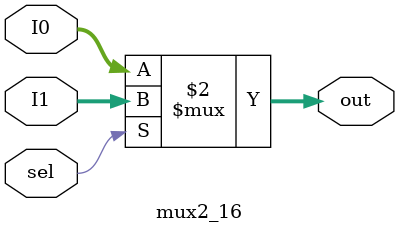
<source format=v>
`timescale 1ns / 1ps

//16-bit 2to1 mux
module mux2_16 (I0,I1,sel,out );

    input [15:0]I0,I1;
    input sel;
    output [15:0]out;
    
    assign out = (sel == 1'b0) ? I0 : I1;

endmodule

</source>
